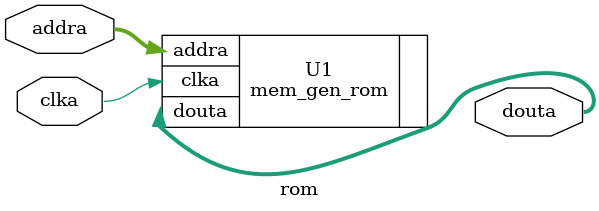
<source format=v>
`timescale 1ns / 1ps

/*
    Name: Klay Adams
    R-Number: R-11679660
    Assignment: Project 4
*/

module rom(
    input clka, // Declare clock input signal
    input [3:0] addra, // Declare address input signal
    output [48:0] douta // Declare data output signal
    );

// Xilinx IP usage with their instatntiation template  
    
mem_gen_rom U1 (
  .clka(clka),            // Input wire clka
  .addra(addra),          // Input wire [3 : 0] addra
  .douta(douta)          // Output wire [3 : 0] douta
);

endmodule

</source>
